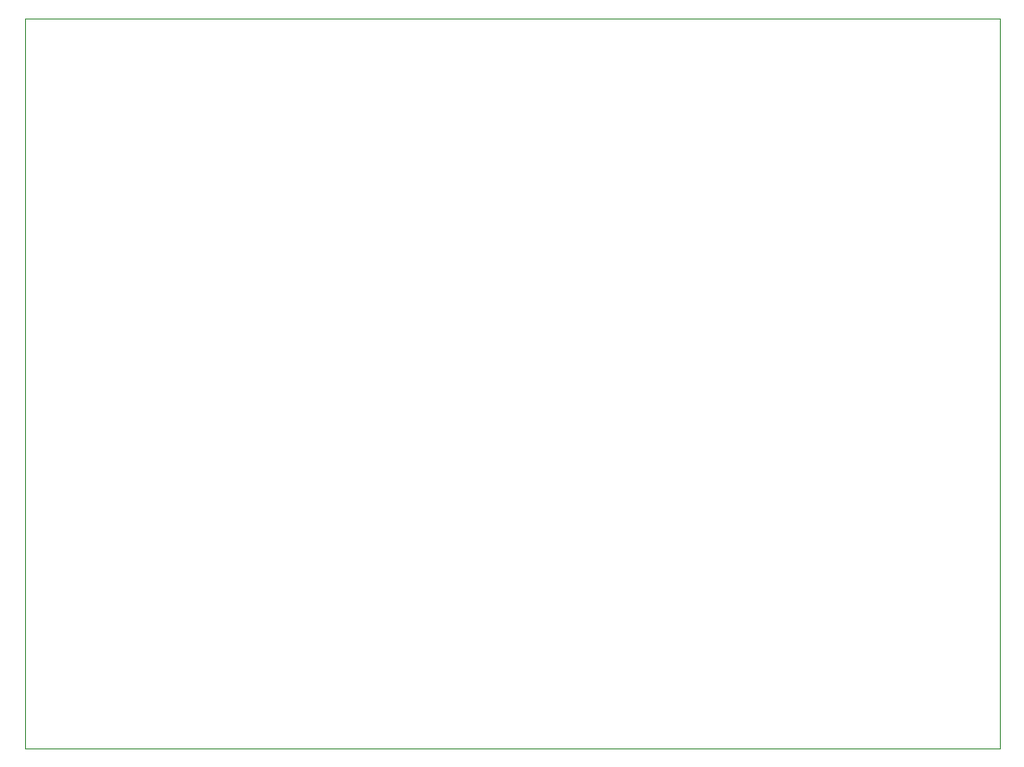
<source format=gbr>
%TF.GenerationSoftware,KiCad,Pcbnew,9.0.4*%
%TF.CreationDate,2025-09-29T14:00:37+02:00*%
%TF.ProjectId,AM_modulation_fiber,414d5f6d-6f64-4756-9c61-74696f6e5f66,rev?*%
%TF.SameCoordinates,Original*%
%TF.FileFunction,Profile,NP*%
%FSLAX46Y46*%
G04 Gerber Fmt 4.6, Leading zero omitted, Abs format (unit mm)*
G04 Created by KiCad (PCBNEW 9.0.4) date 2025-09-29 14:00:37*
%MOMM*%
%LPD*%
G01*
G04 APERTURE LIST*
%TA.AperFunction,Profile*%
%ADD10C,0.050000*%
%TD*%
G04 APERTURE END LIST*
D10*
X177800000Y-84886000D02*
X266700000Y-84886000D01*
X266700000Y-151500000D01*
X177800000Y-151500000D01*
X177800000Y-84886000D01*
M02*

</source>
